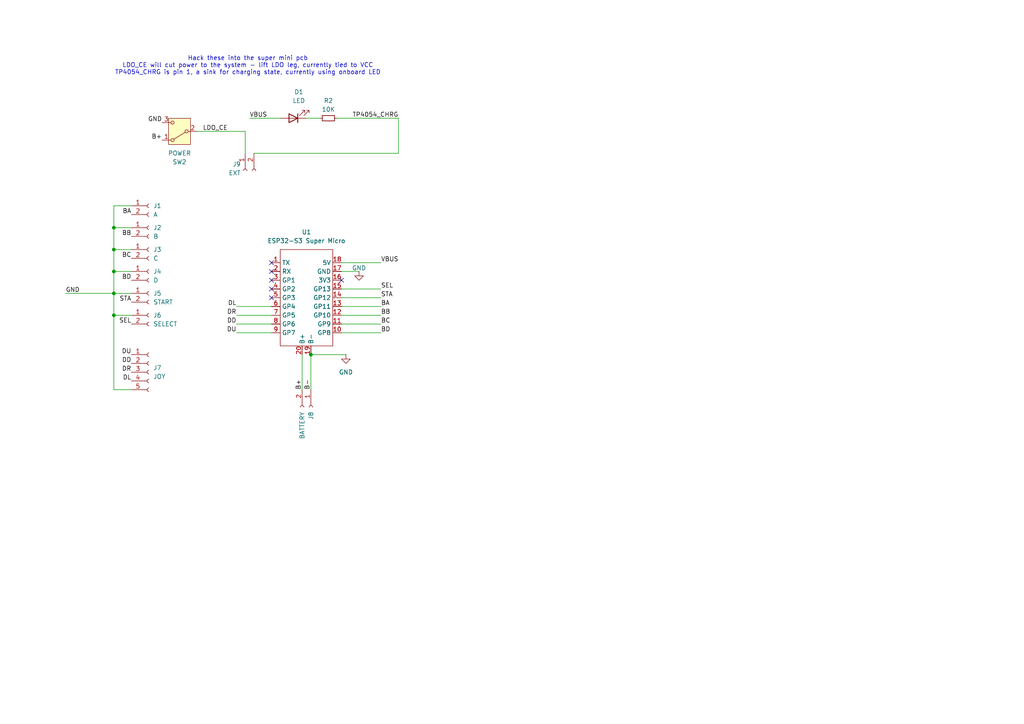
<source format=kicad_sch>
(kicad_sch (version 20250114) (generator "eeschema") (generator_version "9.0")
  (paper "A4")
  (title_block (title "NG2040 Controller") (date "2024-09-05") (rev "4") (company "@partlyhuman"))
  (lib_symbols
    (symbol "Connector:Conn_01x02_Socket" (pin_names (offset 1.016) (hide yes))
      (property "Reference" "J" (at 0 2.54 0))
      (property "Value" "Conn_01x02_Socket" (at 0 -5.08 0))
      (symbol "Conn_01x02_Socket_1_1"
        (polyline (pts (xy -1.27 0) (xy -0.508 0)) (stroke (width 0.1524)))
        (polyline (pts (xy -1.27 -2.54) (xy -0.508 -2.54)) (stroke (width 0.1524)))
        (arc (start 0 -0.508) (mid -0.5058 0) (end 0 0.508) (stroke (width 0.1524)))
        (arc (start 0 -3.048) (mid -0.5058 -2.54) (end 0 -2.032) (stroke (width 0.1524)))
        (pin passive line (at -5.08 0 0) (length 3.81) (name "Pin_1") (number "1"))
        (pin passive line (at -5.08 -2.54 0) (length 3.81) (name "Pin_2") (number "2"))
      )
    )
    (symbol "Connector:Conn_01x05_Socket" (pin_names (offset 1.016) (hide yes))
      (property "Reference" "J" (at 0 7.62 0))
      (property "Value" "Conn_01x05_Socket" (at 0 -7.62 0))
      (symbol "Conn_01x05_Socket_1_1"
        (polyline (pts (xy -1.27 5.08) (xy -0.508 5.08)) (stroke (width 0.1524)))
        (polyline (pts (xy -1.27 2.54) (xy -0.508 2.54)) (stroke (width 0.1524)))
        (polyline (pts (xy -1.27 0) (xy -0.508 0)) (stroke (width 0.1524)))
        (polyline (pts (xy -1.27 -2.54) (xy -0.508 -2.54)) (stroke (width 0.1524)))
        (polyline (pts (xy -1.27 -5.08) (xy -0.508 -5.08)) (stroke (width 0.1524)))
        (arc (start 0 4.572) (mid -0.5058 5.08) (end 0 5.588) (stroke (width 0.1524)))
        (arc (start 0 2.032) (mid -0.5058 2.54) (end 0 3.048) (stroke (width 0.1524)))
        (arc (start 0 -0.508) (mid -0.5058 0) (end 0 0.508) (stroke (width 0.1524)))
        (arc (start 0 -3.048) (mid -0.5058 -2.54) (end 0 -2.032) (stroke (width 0.1524)))
        (arc (start 0 -5.588) (mid -0.5058 -5.08) (end 0 -4.572) (stroke (width 0.1524)))
        (pin passive line (at -5.08 5.08 0) (length 3.81) (name "Pin_1") (number "1"))
        (pin passive line (at -5.08 2.54 0) (length 3.81) (name "Pin_2") (number "2"))
        (pin passive line (at -5.08 0 0) (length 3.81) (name "Pin_3") (number "3"))
        (pin passive line (at -5.08 -2.54 0) (length 3.81) (name "Pin_4") (number "4"))
        (pin passive line (at -5.08 -5.08 0) (length 3.81) (name "Pin_5") (number "5"))
      )
    )
    (symbol "Device:LED" (pin_numbers (hide yes)) (pin_names (offset 1.016) (hide yes))
      (property "Reference" "D" (at 0 2.54 0))
      (property "Value" "LED" (at 0 -2.54 0))
      (symbol "LED_0_1"
        (polyline (pts (xy -3.048 -0.762) (xy -4.572 -2.286) (xy -3.81 -2.286) (xy -4.572 -2.286) (xy -4.572 -1.524)))
        (polyline (pts (xy -1.778 -0.762) (xy -3.302 -2.286) (xy -2.54 -2.286) (xy -3.302 -2.286) (xy -3.302 -1.524)))
        (polyline (pts (xy -1.27 0) (xy 1.27 0)))
        (polyline (pts (xy -1.27 -1.27) (xy -1.27 1.27)) (stroke (width 0.254)))
        (polyline (pts (xy 1.27 -1.27) (xy 1.27 1.27) (xy -1.27 0) (xy 1.27 -1.27)) (stroke (width 0.254)))
      )
      (symbol "LED_1_1"
        (pin passive line (at -3.81 0 0) (length 2.54) (name "K") (number "1"))
        (pin passive line (at 3.81 0 180) (length 2.54) (name "A") (number "2"))
      )
    )
    (symbol "Device:R_Small" (pin_numbers (hide yes)) (pin_names (offset 0.254) (hide yes))
      (property "Reference" "R" (at 0.762 0.508 0))
      (property "Value" "R_Small" (at 0.762 -1.016 0))
      (symbol "R_Small_0_1"
        (rectangle (start -0.762 1.778) (end 0.762 -1.778) (stroke (width 0.2032)))
      )
      (symbol "R_Small_1_1"
        (pin passive line (at 0 2.54 270) (length 0.762) (name "~") (number "1"))
        (pin passive line (at 0 -2.54 90) (length 0.762) (name "~") (number "2"))
      )
    )
    (symbol "GND_3" (power) (pin_numbers (hide yes)) (pin_names (offset 0) (hide yes))
      (property "Value" "GND" (at 0 -3.81 0))
      (symbol "GND_3_0_1"
        (polyline (pts (xy 0 0) (xy 0 -1.27) (xy 1.27 -1.27) (xy 0 -2.54) (xy -1.27 -1.27) (xy 0 -1.27)))
      )
      (symbol "GND_3_1_1"
        (pin power_in line (at 0 0 270) (length 0) (name "~") (number "1"))
      )
    )
    (symbol "MCU_Espressif_ESP32_DevBoard:ESP32-S3-SuperMicro"
      (property "Reference" "U" (at 9.906 4.064 0))
      (property "Value" "ESP32-S3 Super Micro" (at 10.668 1.524 0))
      (symbol "ESP32-S3-SuperMicro_0_1"
        (rectangle (start 2.54 0) (end 17.78 -27.94))
      )
      (symbol "ESP32-S3-SuperMicro_1_1"
        (pin output line (at 0 -3.81 0) (length 2.54) (name "TX") (number "1"))
        (pin input line (at 0 -6.35 0) (length 2.54) (name "RX") (number "2"))
        (pin bidirectional line (at 0 -8.89 0) (length 2.54) (name "GP1") (number "3"))
        (pin bidirectional line (at 0 -11.43 0) (length 2.54) (name "GP2") (number "4"))
        (pin bidirectional line (at 0 -13.97 0) (length 2.54) (name "GP3") (number "5"))
        (pin bidirectional line (at 0 -16.51 0) (length 2.54) (name "GP4") (number "6"))
        (pin bidirectional line (at 0 -19.05 0) (length 2.54) (name "GP5") (number "7"))
        (pin bidirectional line (at 0 -21.59 0) (length 2.54) (name "GP6") (number "8"))
        (pin bidirectional line (at 0 -24.13 0) (length 2.54) (name "GP7") (number "9"))
        (pin power_in line (at 8.89 -30.48 90) (length 2.54) (name "B+") (number "20"))
        (pin power_in line (at 11.43 -30.48 90) (length 2.54) (name "B-") (number "19"))
        (pin power_in line (at 20.32 -3.81 180) (length 2.54) (name "5V") (number "18"))
        (pin power_in line (at 20.32 -6.35 180) (length 2.54) (name "GND") (number "17"))
        (pin power_out line (at 20.32 -8.89 180) (length 2.54) (name "3V3") (number "16"))
        (pin bidirectional line (at 20.32 -11.43 180) (length 2.54) (name "GP13") (number "15"))
        (pin bidirectional line (at 20.32 -13.97 180) (length 2.54) (name "GP12") (number "14"))
        (pin bidirectional line (at 20.32 -16.51 180) (length 2.54) (name "GP11") (number "13"))
        (pin bidirectional line (at 20.32 -19.05 180) (length 2.54) (name "GP10") (number "12"))
        (pin bidirectional line (at 20.32 -21.59 180) (length 2.54) (name "GP9") (number "11"))
        (pin bidirectional line (at 20.32 -24.13 180) (length 2.54) (name "GP8") (number "10"))
      )
    )
    (symbol "Switch:SW_SPDT" (pin_names (offset 0) (hide yes))
      (property "Reference" "SW" (at 0 5.08 0))
      (property "Value" "SW_SPDT" (at 0 -5.08 0))
      (symbol "SW_SPDT_0_1"
        (circle (center -2.032 0) (radius 0.4572))
        (polyline (pts (xy -1.651 0.254) (xy 1.651 2.286)))
        (circle (center 2.032 2.54) (radius 0.4572))
        (circle (center 2.032 -2.54) (radius 0.4572))
      )
      (symbol "SW_SPDT_1_1"
        (rectangle (start -3.175 3.81) (end 3.175 -3.81) (fill (type background)))
        (pin passive line (at -5.08 0 0) (length 2.54) (name "B") (number "2"))
        (pin passive line (at 5.08 2.54 180) (length 2.54) (name "A") (number "1"))
        (pin passive line (at 5.08 -2.54 180) (length 2.54) (name "C") (number "3"))
      )
    )
    (symbol "power:GND" (power) (pin_numbers (hide yes)) (pin_names (offset 0) (hide yes))
      (property "Value" "GND" (at 0 -3.81 0))
      (symbol "GND_0_1"
        (polyline (pts (xy 0 0) (xy 0 -1.27) (xy 1.27 -1.27) (xy 0 -2.54) (xy -1.27 -1.27) (xy 0 -1.27)))
      )
      (symbol "GND_1_1"
        (pin power_in line (at 0 0 270) (length 0) (name "~") (number "1"))
      )
    )
  )
  (text "Hack these into the super mini pcb\nLDO_CE will cut power to the system - lift LDO leg, currently tied to VCC\nTP4054_CHRG is pin 1, a sink for charging state, currently using onboard LED" (at 71.882 19.05 0) (effects (font (size 1.27 1.27))))
  (junction (at 33.02 66.04))
  (junction (at 33.02 85.09))
  (junction (at 33.02 72.39))
  (junction (at 33.02 78.74))
  (junction (at 90.17 102.87))
  (junction (at 33.02 91.44))
  (no_connect (at 78.74 83.82))
  (no_connect (at 78.74 78.74))
  (no_connect (at 78.74 76.2))
  (no_connect (at 78.74 81.28))
  (no_connect (at 78.74 86.36))
  (no_connect (at 99.06 81.28))
  (wire (pts (xy 110.49 83.82) (xy 99.06 83.82)))
  (wire (pts (xy 38.1 85.09) (xy 33.02 85.09)))
  (wire (pts (xy 57.15 38.1) (xy 71.12 38.1)))
  (wire (pts (xy 33.02 113.03) (xy 38.1 113.03)))
  (wire (pts (xy 33.02 85.09) (xy 33.02 91.44)))
  (wire (pts (xy 33.02 66.04) (xy 38.1 66.04)))
  (wire (pts (xy 110.49 88.9) (xy 99.06 88.9)))
  (wire (pts (xy 38.1 59.69) (xy 33.02 59.69)))
  (wire (pts (xy 33.02 59.69) (xy 33.02 66.04)))
  (wire (pts (xy 68.58 96.52) (xy 78.74 96.52)))
  (wire (pts (xy 110.49 91.44) (xy 99.06 91.44)))
  (wire (pts (xy 33.02 91.44) (xy 38.1 91.44)))
  (wire (pts (xy 110.49 96.52) (xy 99.06 96.52)))
  (wire (pts (xy 33.02 78.74) (xy 33.02 85.09)))
  (wire (pts (xy 19.05 85.09) (xy 33.02 85.09)))
  (wire (pts (xy 88.9 34.29) (xy 92.71 34.29)))
  (wire (pts (xy 68.58 93.98) (xy 78.74 93.98)))
  (wire (pts (xy 33.02 72.39) (xy 33.02 78.74)))
  (wire (pts (xy 90.17 113.03) (xy 90.17 102.87)))
  (wire (pts (xy 99.06 76.2) (xy 110.49 76.2)))
  (wire (pts (xy 33.02 91.44) (xy 33.02 113.03)))
  (wire (pts (xy 100.33 102.87) (xy 90.17 102.87)))
  (wire (pts (xy 115.57 44.45) (xy 73.66 44.45)))
  (wire (pts (xy 71.12 38.1) (xy 71.12 44.45)))
  (wire (pts (xy 97.79 34.29) (xy 115.57 34.29)))
  (wire (pts (xy 68.58 88.9) (xy 78.74 88.9)))
  (wire (pts (xy 87.63 113.03) (xy 87.63 102.87)))
  (wire (pts (xy 110.49 93.98) (xy 99.06 93.98)))
  (wire (pts (xy 33.02 78.74) (xy 38.1 78.74)))
  (wire (pts (xy 68.58 91.44) (xy 78.74 91.44)))
  (wire (pts (xy 72.39 34.29) (xy 81.28 34.29)))
  (wire (pts (xy 33.02 72.39) (xy 38.1 72.39)))
  (wire (pts (xy 110.49 86.36) (xy 99.06 86.36)))
  (wire (pts (xy 115.57 34.29) (xy 115.57 44.45)))
  (wire (pts (xy 33.02 66.04) (xy 33.02 72.39)))
  (wire (pts (xy 99.06 78.74) (xy 104.14 78.74)))
  (label "SEL" (at 110.49 83.82 0))
  (label "BC" (at 38.1 74.93 180))
  (label "B-" (at 90.17 113.03 90))
  (label "STA" (at 38.1 87.63 180))
  (label "TP4054_CHRG" (at 115.57 34.29 180))
  (label "STA" (at 110.49 86.36 0))
  (label "LDO_CE" (at 66.04 38.1 180))
  (label "BD" (at 110.49 96.52 0))
  (label "DR" (at 38.1 107.95 180))
  (label "DU" (at 38.1 102.87 180))
  (label "DR" (at 68.58 91.44 180))
  (label "SEL" (at 38.1 93.98 180))
  (label "BA" (at 110.49 88.9 0))
  (label "DD" (at 38.1 105.41 180))
  (label "BB" (at 38.1 68.58 180))
  (label "GND" (at 19.05 85.09 0))
  (label "DL" (at 68.58 88.9 180))
  (label "GND" (at 46.99 35.56 180))
  (label "BD" (at 38.1 81.28 180))
  (label "B+" (at 46.99 40.64 180))
  (label "DL" (at 38.1 110.49 180))
  (label "B+" (at 87.63 113.03 90))
  (label "BC" (at 110.49 93.98 0))
  (label "DU" (at 68.58 96.52 180))
  (label "DD" (at 68.58 93.98 180))
  (label "BB" (at 110.49 91.44 0))
  (label "VBUS" (at 72.39 34.29 0))
  (label "BA" (at 38.1 62.23 180))
  (label "VBUS" (at 110.49 76.2 0))
  (symbol (lib_id "Device:LED") (at 85.09 34.29 180) (unit 1)
    (property "Reference" "D1" (at 86.6775 26.67 0))
    (property "Value" "LED" (at 86.6775 29.21 0))
    (property "Footprint" "LED_THT:LED_D3.0mm_Horizontal_O1.27mm_Z6.0mm" (effects (hide yes)))
    (property "Description" "Light emitting diode" (effects (hide yes)))
  )
  (symbol (lib_id "Connector:Conn_01x02_Socket") (at 43.18 59.69 0) (unit 1)
    (property "Reference" "J1" (at 44.45 59.6899 0) (effects (justify left)))
    (property "Value" "A" (at 44.45 62.2299 0) (effects (justify left)))
    (property "Footprint" "Connector_JST:JST_XH_B2B-XH-A_1x02_P2.50mm_Vertical" (effects (hide yes)))
  )
  (symbol (lib_id "Connector:Conn_01x02_Socket") (at 43.18 66.04 0) (unit 1)
    (property "Reference" "J2" (at 44.45 66.0399 0) (effects (justify left)))
    (property "Value" "B" (at 44.45 68.5799 0) (effects (justify left)))
    (property "Footprint" "Connector_JST:JST_XH_B2B-XH-A_1x02_P2.50mm_Vertical" (effects (hide yes)))
  )
  (symbol (lib_id "Connector:Conn_01x05_Socket") (at 43.18 107.95 0) (unit 1)
    (property "Reference" "J7" (at 44.45 106.6799 0) (effects (justify left)))
    (property "Value" "JOY" (at 44.45 109.2199 0) (effects (justify left)))
    (property "Footprint" "Connector_JST:JST_XH_B5B-XH-A_1x05_P2.50mm_Vertical" (effects (hide yes)))
  )
  (symbol (lib_id "MCU_Espressif_ESP32_DevBoard:ESP32-S3-SuperMicro") (at 78.74 72.39 0) (unit 1)
    (property "Reference" "U1" (at 88.9 67.31 0))
    (property "Value" "ESP32-S3 Super Micro" (at 88.9 69.85 0))
    (property "Footprint" "MCU_Espressif_ESP32_DevBoard:ESP32-S3-SuperMicro_SMD_BATT" (effects (hide yes)))
  )
  (symbol (lib_id "Switch:SW_SPDT") (at 52.07 38.1 180) (unit 1)
    (property "Reference" "SW2" (at 52.07 46.99 0))
    (property "Value" "POWER" (at 52.07 44.45 0))
    (property "Footprint" "Button_Switch_THT:SW_Slide_SPDT_Angled_CK_OS102011MA1Q" (effects (hide yes)))
    (property "Description" "Switch, single pole double throw" (effects (hide yes)))
  )
  (symbol (lib_id "Device:R_Small") (at 95.25 34.29 90) (unit 1)
    (property "Reference" "R2" (at 95.25 29.21 90))
    (property "Value" "10K" (at 95.25 31.75 90))
    (property "Footprint" "Resistor_SMD:R_0805_2012Metric_Pad1.20x1.40mm_HandSolder" (effects (hide yes)))
    (property "Description" "Resistor, small symbol" (effects (hide yes)))
  )
  (symbol (lib_id "Connector:Conn_01x02_Socket") (at 43.18 78.74 0) (unit 1)
    (property "Reference" "J4" (at 44.45 78.7399 0) (effects (justify left)))
    (property "Value" "D" (at 44.45 81.2799 0) (effects (justify left)))
    (property "Footprint" "Connector_JST:JST_XH_B2B-XH-A_1x02_P2.50mm_Vertical" (effects (hide yes)))
  )
  (symbol (lib_id "Connector:Conn_01x02_Socket") (at 90.17 118.11 270) (unit 1)
    (property "Reference" "J8" (at 90.1701 119.38 0) (effects (justify left)))
    (property "Value" "BATTERY" (at 87.6301 119.38 0) (effects (justify left)))
    (property "Footprint" "Connector_JST:JST_PH_B2B-PH-K_1x02_P2.00mm_Vertical" (effects (hide yes)))
  )
  (symbol (lib_id "Connector:Conn_01x02_Socket") (at 43.18 91.44 0) (unit 1)
    (property "Reference" "J6" (at 44.45 91.4399 0) (effects (justify left)))
    (property "Value" "SELECT" (at 44.45 93.9799 0) (effects (justify left)))
    (property "Footprint" "Connector_JST:JST_XH_B2B-XH-A_1x02_P2.50mm_Vertical" (effects (hide yes)))
  )
  (symbol (lib_id "Connector:Conn_01x02_Socket") (at 43.18 72.39 0) (unit 1)
    (property "Reference" "J3" (at 44.45 72.3899 0) (effects (justify left)))
    (property "Value" "C" (at 44.45 74.9299 0) (effects (justify left)))
    (property "Footprint" "Connector_JST:JST_XH_B2B-XH-A_1x02_P2.50mm_Vertical" (effects (hide yes)))
  )
  (symbol (lib_id "Connector:Conn_01x02_Socket") (at 71.12 49.53 90) (mirror x) (unit 1)
    (property "Reference" "J9" (at 69.85 47.6249 90) (effects (justify left)))
    (property "Value" "EXT" (at 69.85 50.1649 90) (effects (justify left)))
    (property "Footprint" "Connector_PinHeader_2.54mm:PinHeader_1x02_P2.54mm_Vertical" (effects (hide yes)))
    (property "Description" "Generic connector, single row, 01x02, script generated" (effects (hide yes)))
  )
  (symbol (lib_name "GND_3") (lib_id "power:GND") (at 104.14 78.74 0) (unit 1)
    (property "Reference" "#PWR04" (effects (hide yes)))
    (property "Value" "GND" (at 104.14 77.724 0))
    (property "Description" "Power symbol creates a global label with name \"GND\" , ground" (effects (hide yes)))
  )
  (symbol (lib_id "power:GND") (at 100.33 102.87 0) (unit 1)
    (property "Reference" "#PWR02" (effects (hide yes)))
    (property "Value" "GND" (at 100.33 107.95 0))
    (property "Description" "Power symbol creates a global label with name \"GND\" , ground" (effects (hide yes)))
  )
  (symbol (lib_id "Connector:Conn_01x02_Socket") (at 43.18 85.09 0) (unit 1)
    (property "Reference" "J5" (at 44.45 85.0899 0) (effects (justify left)))
    (property "Value" "START" (at 44.45 87.6299 0) (effects (justify left)))
    (property "Footprint" "Connector_JST:JST_XH_B2B-XH-A_1x02_P2.50mm_Vertical" (effects (hide yes)))
  )
)
</source>
